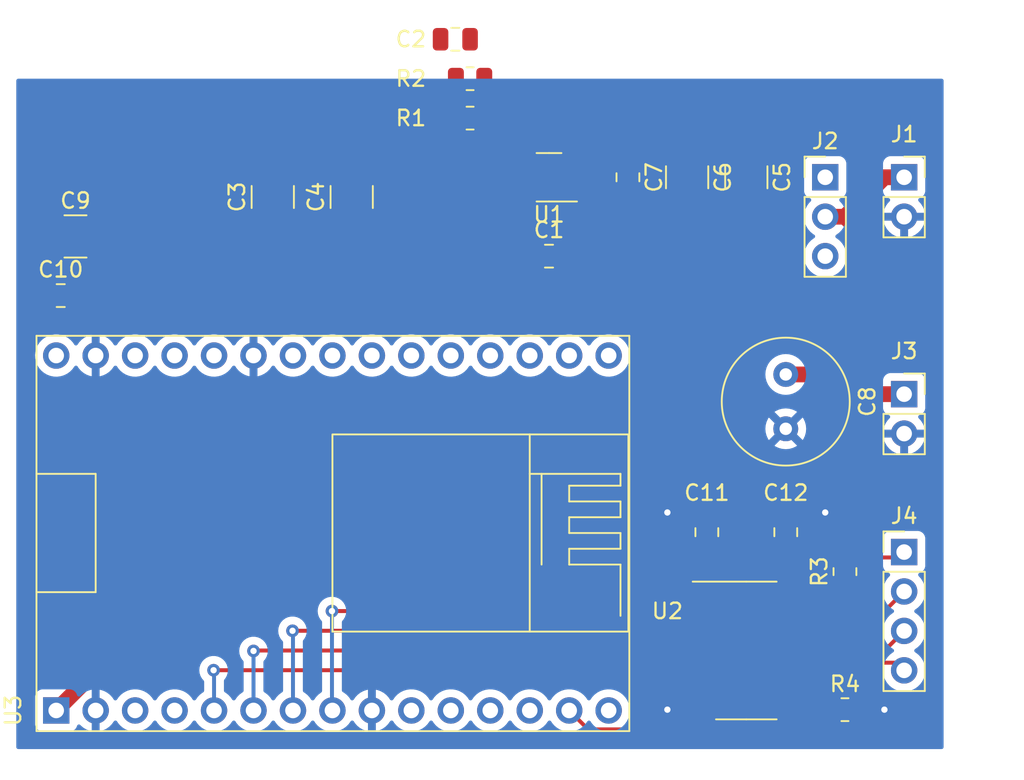
<source format=kicad_pcb>
(kicad_pcb (version 20211014) (generator pcbnew)
  (layers (0 "F.Cu" signal) (31 "B.Cu" signal) (34 "B.Paste" user) (35 "F.Paste" user) (36 "B.SilkS" user "B.Silkscreen") (37 "F.SilkS" user "F.Silkscreen") (38 "B.Mask" user) (39 "F.Mask" user) (44 "Edge.Cuts" user))
  (net 0 "")
  (net 1 "VAA")
  (net 2 "GND")
  (net 3 "+5V")
  (net 4 "+3V3")
  (net 5 "Net-(C5-Pad1)")
  (net 6 "Net-(J4-Pad1)")
  (net 7 "Net-(J4-Pad2)")
  (net 8 "Net-(J4-Pad3)")
  (net 9 "Net-(J4-Pad4)")
  (net 10 "Net-(R3-Pad1)")
  (net 11 "Net-(R4-Pad1)")
  (net 12 "Net-(C1-Pad2)")
  (net 13 "Net-(C2-Pad1)")
  (net 14 "Net-(C1-Pad1)")
  (net 15 "Net-(U2-Pad2)")
  (net 16 "Net-(U2-Pad3)")
  (net 17 "Net-(U2-Pad4)")
  (net 18 "Net-(U2-Pad5)")
  (net 20 "Net-(C2-Pad2)")
  (footprint "Capacitor_SMD:C_0805_2012Metric" (layer "F.Cu") (at 189.55 82.55 180)
    (fp_text reference "C2" (at 2.86 0) (layer "F.SilkS"))
    (fp_text value "0.1uF")
    (fp_line (start -0.261252 0.735) (end 0.261252 0.735) (layer "F.SilkS") (width 0.12))
    (fp_line (start -0.261252 -0.735) (end 0.261252 -0.735) (layer "F.SilkS") (width 0.12))
    (pad "1" smd roundrect locked (at -0.95 0 180) (size 1 1.45) (layers "F.Cu" "F.Paste" "F.Mask") (net 13 "Net-(C2-Pad1)"))
    (pad "2" smd roundrect locked (at 0.95 0 180) (size 1 1.45) (layers "F.Cu" "F.Paste" "F.Mask") (net 20 "Net-(C2-Pad2)"))
  )
  (footprint "Capacitor_SMD:C_1210_3225Metric" (layer "F.Cu") (at 165.1 95.25)
    (fp_text reference "C9" (at 0 -2.3) (layer "F.SilkS"))
    (fp_text value "10uF")
    (fp_line (start -0.711252 -1.36) (end 0.711252 -1.36) (layer "F.SilkS") (width 0.12))
    (fp_line (start -0.711252 1.36) (end 0.711252 1.36) (layer "F.SilkS") (width 0.12))
    (pad "1" smd roundrect locked (at -1.475 0) (size 1.15 2.7) (layers "F.Cu" "F.Paste" "F.Mask") (roundrect_rratio 0.217391) (net 3 "+5V"))
    (pad "2" smd roundrect locked (at 1.475 0) (size 1.15 2.7) (layers "F.Cu" "F.Paste" "F.Mask") (roundrect_rratio 0.217391) (net 2 "GND"))
  )
  (footprint "Capacitor_SMD:C_0805_2012Metric" (layer "F.Cu") (at 195.58 96.52)
    (fp_text reference "C1" (at 0 -1.68) (layer "F.SilkS"))
    (fp_text value "0.1uF")
    (fp_line (start -0.261252 -0.735) (end 0.261252 -0.735) (layer "F.SilkS") (width 0.12))
    (fp_line (start -0.261252 0.735) (end 0.261252 0.735) (layer "F.SilkS") (width 0.12))
    (pad "1" smd roundrect locked (at -0.95 0) (size 1 1.45) (layers "F.Cu" "F.Paste" "F.Mask") (net 14 "Net-(C1-Pad1)"))
    (pad "2" smd roundrect locked (at 0.95 0) (size 1 1.45) (layers "F.Cu" "F.Paste" "F.Mask") (net 12 "Net-(C1-Pad2)"))
  )
  (footprint "Capacitor_SMD:C_0805_2012Metric" (layer "F.Cu") (at 205.74 114.3 90)
    (fp_text reference "C11" (at 2.54 0 180) (layer "F.SilkS"))
    (fp_text value "0.1uF")
    (fp_line (start -0.261252 0.735) (end 0.261252 0.735) (layer "F.SilkS") (width 0.12))
    (fp_line (start -0.261252 -0.735) (end 0.261252 -0.735) (layer "F.SilkS") (width 0.12))
    (pad "1" smd roundrect locked (at -0.95 0 90) (size 1 1.45) (layers "F.Cu" "F.Paste" "F.Mask") (net 4 "+3V3"))
    (pad "2" smd roundrect locked (at 0.95 0 90) (size 1 1.45) (layers "F.Cu" "F.Paste" "F.Mask") (net 2 "GND"))
  )
  (footprint "Capacitor_THT:C_Radial_D8.0mm_H11.5mm_P3.50mm" (layer "F.Cu") (at 210.82 104.14 -90)
    (fp_text reference "C8" (at 1.75 -5.25 90) (layer "F.SilkS"))
    (fp_text value "1000uF")
    (fp_circle (center 1.75 0) (end 5.87 0) (layer "F.SilkS") (width 0.12) (fill none))
    (pad "1" thru_hole circle locked (at 0 0 270) (size 1.6 1.6) (drill 0.8) (layers *.Cu *.Mask) (net 1 "VAA"))
    (pad "2" thru_hole circle locked (at 3.5 0 270) (size 1.6 1.6) (drill 0.8) (layers *.Cu *.Mask) (net 2 "GND"))
  )
  (footprint "Connector_PinHeader_2.54mm:PinHeader_1x04_P2.54mm_Vertical" (layer "F.Cu") (at 218.44 115.58)
    (fp_text reference "J4" (at 0 -2.33) (layer "F.SilkS"))
    (fp_text value "Conn_01x04_Female")
    (fp_line (start -1.33 0) (end -1.33 -1.33) (layer "F.SilkS") (width 0.12))
    (fp_line (start -1.33 1.27) (end 1.33 1.27) (layer "F.SilkS") (width 0.12))
    (fp_line (start -1.33 8.95) (end 1.33 8.95) (layer "F.SilkS") (width 0.12))
    (fp_line (start 1.33 1.27) (end 1.33 8.95) (layer "F.SilkS") (width 0.12))
    (fp_line (start -1.33 -1.33) (end 0 -1.33) (layer "F.SilkS") (width 0.12))
    (fp_line (start -1.33 1.27) (end -1.33 8.95) (layer "F.SilkS") (width 0.12))
    (pad "1" thru_hole rect locked (at 0 0) (size 1.7 1.7) (drill 1) (layers *.Cu *.Mask) (net 6 "Net-(J4-Pad1)"))
    (pad "2" thru_hole oval locked (at 0 2.54) (size 1.7 1.7) (drill 1) (layers *.Cu *.Mask) (net 7 "Net-(J4-Pad2)"))
    (pad "3" thru_hole oval locked (at 0 5.08) (size 1.7 1.7) (drill 1) (layers *.Cu *.Mask) (net 8 "Net-(J4-Pad3)"))
    (pad "4" thru_hole oval locked (at 0 7.62) (size 1.7 1.7) (drill 1) (layers *.Cu *.Mask) (net 9 "Net-(J4-Pad4)"))
  )
  (footprint "Resistor_SMD:R_0805_2012Metric" (layer "F.Cu") (at 214.63 125.73)
    (fp_text reference "R4" (at 0 -1.65) (layer "F.SilkS"))
    (fp_text value "10K")
    (fp_line (start -0.227064 0.735) (end 0.227064 0.735) (layer "F.SilkS") (width 0.12))
    (fp_line (start -0.227064 -0.735) (end 0.227064 -0.735) (layer "F.SilkS") (width 0.12))
    (pad "1" smd roundrect locked (at -0.9125 0) (size 1.025 1.4) (layers "F.Cu" "F.Paste" "F.Mask") (roundrect_rratio 0.243902) (net 11 "Net-(R4-Pad1)"))
    (pad "2" smd roundrect locked (at 0.9125 0) (size 1.025 1.4) (layers "F.Cu" "F.Paste" "F.Mask") (roundrect_rratio 0.243902) (net 2 "GND"))
  )
  (footprint "Capacitor_SMD:C_1210_3225Metric" (layer "F.Cu") (at 177.8 92.71 90)
    (fp_text reference "C3" (at 0 -2.3 90) (layer "F.SilkS"))
    (fp_text value "22uF")
    (fp_line (start -0.711252 -1.36) (end 0.711252 -1.36) (layer "F.SilkS") (width 0.12))
    (fp_line (start -0.711252 1.36) (end 0.711252 1.36) (layer "F.SilkS") (width 0.12))
    (pad "1" smd roundrect locked (at -1.475 0 90) (size 1.15 2.7) (layers "F.Cu" "F.Paste" "F.Mask") (roundrect_rratio 0.217391) (net 20 "Net-(C2-Pad2)"))
    (pad "2" smd roundrect locked (at 1.475 0 90) (size 1.15 2.7) (layers "F.Cu" "F.Paste" "F.Mask") (roundrect_rratio 0.217391) (net 2 "GND"))
  )
  (footprint "lsimons:nodemcu_v2" (layer "F.Cu") (at 163.86 125.7825 90)
    (fp_text reference "U3" (at 0 -2.77 90) (layer "F.SilkS"))
    (fp_text value "NodeMCUV2")
    (fp_line (start 13.462 33.02) (end 13.462 36.322) (layer "F.SilkS") (width 0.12))
    (fp_line (start 15.24 30.48) (end 15.24 36.322) (layer "F.SilkS") (width 0.12))
    (fp_line (start 12.446 33.02) (end 11.43 33.02) (layer "F.SilkS") (width 0.12))
    (fp_line (start -1.33 -1.27) (end -1.33 36.89) (layer "F.SilkS") (width 0.12))
    (fp_line (start 9.398 33.02) (end 9.398 36.322) (layer "F.SilkS") (width 0.12))
    (fp_line (start 7.62 -1.27) (end 7.62 2.54) (layer "F.SilkS") (width 0.12))
    (fp_line (start 13.462 36.322) (end 12.446 36.322) (layer "F.SilkS") (width 0.12))
    (fp_line (start 11.43 33.02) (end 11.43 36.322) (layer "F.SilkS") (width 0.12))
    (fp_line (start 14.478 36.322) (end 14.478 33.02) (layer "F.SilkS") (width 0.12))
    (fp_line (start 24.13 -1.27) (end 24.13 36.89) (layer "F.SilkS") (width 0.12))
    (fp_line (start 9.398 36.322) (end 6.096 36.322) (layer "F.SilkS") (width 0.12))
    (fp_line (start 15.24 31.242) (end 9.398 31.242) (layer "F.SilkS") (width 0.12))
    (fp_line (start 15.24 -1.27) (end 15.24 2.54) (layer "F.SilkS") (width 0.12))
    (fp_line (start 12.446 36.322) (end 12.446 33.02) (layer "F.SilkS") (width 0.12))
    (fp_line (start 15.24 36.322) (end 14.478 36.322) (layer "F.SilkS") (width 0.12))
    (fp_line (start 14.478 33.02) (end 13.462 33.02) (layer "F.SilkS") (width 0.12))
    (fp_line (start 11.43 36.322) (end 10.414 36.322) (layer "F.SilkS") (width 0.12))
    (fp_line (start -1.33 -1.27) (end 24.13 -1.27) (layer "F.SilkS") (width 0.12))
    (fp_line (start 5.08 30.48) (end 17.78 30.48) (layer "F.SilkS") (width 0.12))
    (fp_line (start 10.414 33.02) (end 9.398 33.02) (layer "F.SilkS") (width 0.12))
    (fp_line (start -1.33 36.89) (end 24.13 36.89) (layer "F.SilkS") (width 0.12))
    (fp_line (start 10.414 36.322) (end 10.414 33.02) (layer "F.SilkS") (width 0.12))
    (fp_line (start 7.62 2.54) (end 15.24 2.54) (layer "F.SilkS") (width 0.12))
    (fp_rect (start 5.08 17.78) (end 17.78 36.83) (layer "F.SilkS") (width 0.12) (fill none))
    (pad "1" thru_hole rect (at 0 0 90) (size 1.7 1.7) (drill 1) (layers *.Cu *.Mask) (net 4 "+3V3"))
    (pad "2" thru_hole oval (at 0 2.54 90) (size 1.7 1.7) (drill 1) (layers *.Cu *.Mask) (net 2 "GND"))
    (pad "3" thru_hole oval (at 0 5.08 90) (size 1.7 1.7) (drill 1) (layers *.Cu *.Mask))
    (pad "4" thru_hole oval (at 0 7.62 90) (size 1.7 1.7) (drill 1) (layers *.Cu *.Mask))
    (pad "5" thru_hole oval (at 0 10.16 90) (size 1.7 1.7) (drill 1) (layers *.Cu *.Mask) (net 18 "Net-(U2-Pad5)"))
    (pad "6" thru_hole oval (at 0 12.7 90) (size 1.7 1.7) (drill 1) (layers *.Cu *.Mask) (net 17 "Net-(U2-Pad4)"))
    (pad "7" thru_hole oval (at 0 15.24 90) (size 1.7 1.7) (drill 1) (layers *.Cu *.Mask) (net 16 "Net-(U2-Pad3)"))
    (pad "8" thru_hole oval (at 0 17.78 90) (size 1.7 1.7) (drill 1) (layers *.Cu *.Mask) (net 15 "Net-(U2-Pad2)"))
    (pad "9" thru_hole oval (at 0 20.32 90) (size 1.7 1.7) (drill 1) (layers *.Cu *.Mask) (net 2 "GND"))
    (pad "10" thru_hole oval (at 0 22.86 90) (size 1.7 1.7) (drill 1) (layers *.Cu *.Mask))
    (pad "11" thru_hole oval (at 0 25.4 90) (size 1.7 1.7) (drill 1) (layers *.Cu *.Mask))
    (pad "12" thru_hole oval (at 0 27.94 90) (size 1.7 1.7) (drill 1) (layers *.Cu *.Mask))
    (pad "13" thru_hole oval (at 0 30.48 90) (size 1.7 1.7) (drill 1) (layers *.Cu *.Mask))
    (pad "14" thru_hole oval (at 0 33.02 90) (size 1.7 1.7) (drill 1) (layers *.Cu *.Mask) (net 11 "Net-(R4-Pad1)"))
    (pad "15" thru_hole oval (at 0 35.56 90) (size 1.7 1.7) (drill 1) (layers *.Cu *.Mask))
    (pad "16" thru_hole oval (at 22.86 35.56 90) (size 1.7 1.7) (drill 1) (layers *.Cu *.Mask))
    (pad "17" thru_hole oval (at 22.86 33.02 90) (size 1.7 1.7) (drill 1) (layers *.Cu *.Mask))
    (pad "18" thru_hole oval (at 22.86 30.48 90) (size 1.7 1.7) (drill 1) (layers *.Cu *.Mask))
    (pad "19" thru_hole oval (at 22.86 27.94 90) (size 1.7 1.7) (drill 1) (layers *.Cu *.Mask))
    (pad "20" thru_hole oval (at 22.86 25.4 90) (size 1.7 1.7) (drill 1) (layers *.Cu *.Mask))
    (pad "21" thru_hole oval (at 22.86 22.86 90) (size 1.7 1.7) (drill 1) (layers *.Cu *.Mask))
    (pad "22" thru_hole oval (at 22.86 20.32 90) (size 1.7 1.7) (drill 1) (layers *.Cu *.Mask))
    (pad "23" thru_hole oval (at 22.86 17.78 90) (size 1.7 1.7) (drill 1) (layers *.Cu *.Mask))
    (pad "24" thru_hole oval (at 22.86 15.24 90) (size 1.7 1.7) (drill 1) (layers *.Cu *.Mask))
    (pad "25" thru_hole oval (at 22.86 12.7 90) (size 1.7 1.7) (drill 1) (layers *.Cu *.Mask) (net 2 "GND"))
    (pad "26" thru_hole oval (at 22.86 10.16 90) (size 1.7 1.7) (drill 1) (layers *.Cu *.Mask))
    (pad "27" thru_hole oval (at 22.86 7.62 90) (size 1.7 1.7) (drill 1) (layers *.Cu *.Mask))
    (pad "28" thru_hole oval (at 22.86 5.08 90) (size 1.7 1.7) (drill 1) (layers *.Cu *.Mask))
    (pad "29" thru_hole oval (at 22.86 2.54 90) (size 1.7 1.7) (drill 1) (layers *.Cu *.Mask) (net 2 "GND"))
    (pad "30" thru_hole circle (at 22.86 0 90) (size 1.7 1.7) (drill 1) (layers *.Cu *.Mask) (net 3 "+5V"))
  )
  (footprint "Resistor_SMD:R_0805_2012Metric" (layer "F.Cu") (at 214.63 116.84 90)
    (fp_text reference "R3" (at 0 -1.65 90) (layer "F.SilkS"))
    (fp_text value "30")
    (fp_line (start -0.227064 -0.735) (end 0.227064 -0.735) (layer "F.SilkS") (width 0.12))
    (fp_line (start -0.227064 0.735) (end 0.227064 0.735) (layer "F.SilkS") (width 0.12))
    (pad "1" smd roundrect locked (at -0.9125 0 90) (size 1.025 1.4) (layers "F.Cu" "F.Paste" "F.Mask") (roundrect_rratio 0.243902) (net 10 "Net-(R3-Pad1)"))
    (pad "2" smd roundrect locked (at 0.9125 0 90) (size 1.025 1.4) (layers "F.Cu" "F.Paste" "F.Mask") (roundrect_rratio 0.243902) (net 6 "Net-(J4-Pad1)"))
  )
  (footprint "Connector_PinSocket_2.54mm:PinSocket_1x02_P2.54mm_Vertical" (layer "F.Cu") (at 218.44 105.41)
    (fp_text reference "J3" (at 0 -2.77) (layer "F.SilkS"))
    (fp_text value "Conn_01x02_Female")
    (fp_line (start 0 -1.33) (end 1.33 -1.33) (layer "F.SilkS") (width 0.12))
    (fp_line (start 1.33 -1.33) (end 1.33 0) (layer "F.SilkS") (width 0.12))
    (fp_line (start -1.33 1.27) (end 1.33 1.27) (layer "F.SilkS") (width 0.12))
    (fp_line (start -1.33 1.27) (end -1.33 3.87) (layer "F.SilkS") (width 0.12))
    (fp_line (start -1.33 3.87) (end 1.33 3.87) (layer "F.SilkS") (width 0.12))
    (fp_line (start 1.33 1.27) (end 1.33 3.87) (layer "F.SilkS") (width 0.12))
    (pad "1" thru_hole rect locked (at 0 0) (size 1.7 1.7) (drill 1) (layers *.Cu *.Mask) (net 1 "VAA"))
    (pad "2" thru_hole oval locked (at 0 2.54) (size 1.7 1.7) (drill 1) (layers *.Cu *.Mask) (net 2 "GND"))
  )
  (footprint "Connector_PinSocket_2.54mm:PinSocket_1x02_P2.54mm_Vertical" (layer "F.Cu") (at 218.44 91.44)
    (fp_text reference "J1" (at 0 -2.77) (layer "F.SilkS"))
    (fp_text value "Conn_01x02_Female")
    (fp_line (start 1.33 1.27) (end 1.33 3.87) (layer "F.SilkS") (width 0.12))
    (fp_line (start -1.33 1.27) (end -1.33 3.87) (layer "F.SilkS") (width 0.12))
    (fp_line (start -1.33 3.87) (end 1.33 3.87) (layer "F.SilkS") (width 0.12))
    (fp_line (start 0 -1.33) (end 1.33 -1.33) (layer "F.SilkS") (width 0.12))
    (fp_line (start 1.33 -1.33) (end 1.33 0) (layer "F.SilkS") (width 0.12))
    (fp_line (start -1.33 1.27) (end 1.33 1.27) (layer "F.SilkS") (width 0.12))
    (pad "1" thru_hole rect locked (at 0 0) (size 1.7 1.7) (drill 1) (layers *.Cu *.Mask) (net 1 "VAA"))
    (pad "2" thru_hole oval locked (at 0 2.54) (size 1.7 1.7) (drill 1) (layers *.Cu *.Mask) (net 2 "GND"))
  )
  (footprint "Connector_PinHeader_2.54mm:PinHeader_1x03_P2.54mm_Vertical" (layer "F.Cu") (at 213.36 91.44)
    (fp_text reference "J2" (at 0 -2.33) (layer "F.SilkS"))
    (fp_text value "Conn_01x03_Male")
    (fp_line (start -1.33 6.41) (end 1.33 6.41) (layer "F.SilkS") (width 0.12))
    (fp_line (start -1.33 1.27) (end 1.33 1.27) (layer "F.SilkS") (width 0.12))
    (fp_line (start -1.33 1.27) (end -1.33 6.41) (layer "F.SilkS") (width 0.12))
    (fp_line (start -1.33 0) (end -1.33 -1.33) (layer "F.SilkS") (width 0.12))
    (fp_line (start -1.33 -1.33) (end 0 -1.33) (layer "F.SilkS") (width 0.12))
    (fp_line (start 1.33 1.27) (end 1.33 6.41) (layer "F.SilkS") (width 0.12))
    (pad "1" thru_hole rect locked (at 0 0) (size 1.7 1.7) (drill 1) (layers *.Cu *.Mask) (net 5 "Net-(C5-Pad1)"))
    (pad "2" thru_hole oval locked (at 0 2.54) (size 1.7 1.7) (drill 1) (layers *.Cu *.Mask) (net 1 "VAA"))
    (pad "3" thru_hole oval locked (at 0 5.08) (size 1.7 1.7) (drill 1) (layers *.Cu *.Mask) (net 3 "+5V"))
  )
  (footprint "Capacitor_SMD:C_1210_3225Metric" (layer "F.Cu") (at 204.47 91.44 -90)
    (fp_text reference "C6" (at 0 -2.3 90) (layer "F.SilkS"))
    (fp_text value "10uF")
    (fp_line (start -0.711252 1.36) (end 0.711252 1.36) (layer "F.SilkS") (width 0.12))
    (fp_line (start -0.711252 -1.36) (end 0.711252 -1.36) (layer "F.SilkS") (width 0.12))
    (pad "1" smd roundrect locked (at -1.475 0 270) (size 1.15 2.7) (layers "F.Cu" "F.Paste" "F.Mask") (roundrect_rratio 0.217391) (net 5 "Net-(C5-Pad1)"))
    (pad "2" smd roundrect locked (at 1.475 0 270) (size 1.15 2.7) (layers "F.Cu" "F.Paste" "F.Mask") (roundrect_rratio 0.217391) (net 2 "GND"))
  )
  (footprint "Package_SO:SOIC-14_3.9x8.7mm_P1.27mm" (layer "F.Cu") (at 208.28 121.92)
    (fp_text reference "U2" (at -5.08 -2.54) (layer "F.SilkS"))
    (fp_text value "TXB0104D")
    (fp_line (start 0 4.435) (end -1.95 4.435) (layer "F.SilkS") (width 0.12))
    (fp_line (start 0 -4.435) (end -3.45 -4.435) (layer "F.SilkS") (width 0.12))
    (fp_line (start 0 4.435) (end 1.95 4.435) (layer "F.SilkS") (width 0.12))
    (fp_line (start 0 -4.435) (end 1.95 -4.435) (layer "F.SilkS") (width 0.12))
    (pad "1" smd roundrect locked (at -2.475 -3.81) (size 1.95 0.6) (layers "F.Cu" "F.Paste" "F.Mask") (net 4 "+3V3"))
    (pad "2" smd roundrect locked (at -2.475 -2.54) (size 1.95 0.6) (layers "F.Cu" "F.Paste" "F.Mask") (net 15 "Net-(U2-Pad2)"))
    (pad "3" smd roundrect locked (at -2.475 -1.27) (size 1.95 0.6) (layers "F.Cu" "F.Paste" "F.Mask") (net 16 "Net-(U2-Pad3)"))
    (pad "4" smd roundrect locked (at -2.475 0) (size 1.95 0.6) (layers "F.Cu" "F.Paste" "F.Mask") (net 17 "Net-(U2-Pad4)"))
    (pad "5" smd roundrect locked (at -2.475 1.27) (size 1.95 0.6) (layers "F.Cu" "F.Paste" "F.Mask") (net 18 "Net-(U2-Pad5)"))
    (pad "6" smd roundrect locked (at -2.475 2.54) (size 1.95 0.6) (layers "F.Cu" "F.Paste" "F.Mask"))
    (pad "7" smd roundrect locked (at -2.475 3.81) (size 1.95 0.6) (layers "F.Cu" "F.Paste" "F.Mask") (net 2 "GND"))
    (pad "8" smd roundrect locked (at 2.475 3.81) (size 1.95 0.6) (layers "F.Cu" "F.Paste" "F.Mask") (net 11 "Net-(R4-Pad1)"))
    (pad "9" smd roundrect locked (at 2.475 2.54) (size 1.95 0.6) (layers "F.Cu" "F.Paste" "F.Mask"))
    (pad "10" smd roundrect locked (at 2.475 1.27) (size 1.95 0.6) (layers "F.Cu" "F.Paste" "F.Mask") (net 9 "Net-(J4-Pad4)"))
    (pad "11" smd roundrect locked (at 2.475 0) (size 1.95 0.6) (layers "F.Cu" "F.Paste" "F.Mask") (net 8 "Net-(J4-Pad3)"))
    (pad "12" smd roundrect locked (at 2.475 -1.27) (size 1.95 0.6) (layers "F.Cu" "F.Paste" "F.Mask") (net 7 "Net-(J4-Pad2)"))
    (pad "13" smd roundrect locked (at 2.475 -2.54) (size 1.95 0.6) (layers "F.Cu" "F.Paste" "F.Mask") (net 10 "Net-(R3-Pad1)"))
    (pad "14" smd roundrect locked (at 2.475 -3.81) (size 1.95 0.6) (layers "F.Cu" "F.Paste" "F.Mask") (net 3 "+5V"))
  )
  (footprint "Package_TO_SOT_SMD:SOT-23-6" (layer "F.Cu") (at 195.58 91.44 180)
    (fp_text reference "U1" (at 0 -2.4) (layer "F.SilkS"))
    (fp_text value "TPS561208")
    (fp_line (start 0 -1.56) (end -1.8 -1.56) (layer "F.SilkS") (width 0.12))
    (fp_line (start 0 -1.56) (end 0.8 -1.56) (layer "F.SilkS") (width 0.12))
    (fp_line (start 0 1.56) (end -0.8 1.56) (layer "F.SilkS") (width 0.12))
    (fp_line (start 0 1.56) (end 0.8 1.56) (layer "F.SilkS") (width 0.12))
    (pad "1" smd roundrect locked (at -1.1375 -0.95 180) (size 1.325 0.6) (layers "F.Cu" "F.Paste" "F.Mask") (net 2 "GND"))
    (pad "2" smd roundrect locked (at -1.1375 0 180) (size 1.325 0.6) (layers "F.Cu" "F.Paste" "F.Mask") (net 12 "Net-(C1-Pad2)"))
    (pad "3" smd roundrect locked (at -1.1375 0.95 180) (size 1.325 0.6) (layers "F.Cu" "F.Paste" "F.Mask") (net 5 "Net-(C5-Pad1)"))
    (pad "4" smd roundrect locked (at 1.1375 0.95 180) (size 1.325 0.6) (layers "F.Cu" "F.Paste" "F.Mask") (net 13 "Net-(C2-Pad1)"))
    (pad "5" smd roundrect locked (at 1.1375 0 180) (size 1.325 0.6) (layers "F.Cu" "F.Paste" "F.Mask") (net 5 "Net-(C5-Pad1)"))
    (pad "6" smd roundrect locked (at 1.1375 -0.95 180) (size 1.325 0.6) (layers "F.Cu" "F.Paste" "F.Mask") (net 14 "Net-(C1-Pad1)"))
  )
  (footprint "Capacitor_SMD:C_1210_3225Metric" (layer "F.Cu") (at 208.28 91.44 -90)
    (fp_text reference "C5" (at 0 -2.3 90) (layer "F.SilkS"))
    (fp_text value "10uF")
    (fp_line (start -0.711252 1.36) (end 0.711252 1.36) (layer "F.SilkS") (width 0.12))
    (fp_line (start -0.711252 -1.36) (end 0.711252 -1.36) (layer "F.SilkS") (width 0.12))
    (pad "1" smd roundrect locked (at -1.475 0 270) (size 1.15 2.7) (layers "F.Cu" "F.Paste" "F.Mask") (roundrect_rratio 0.217391) (net 5 "Net-(C5-Pad1)"))
    (pad "2" smd roundrect locked (at 1.475 0 270) (size 1.15 2.7) (layers "F.Cu" "F.Paste" "F.Mask") (roundrect_rratio 0.217391) (net 2 "GND"))
  )
  (footprint "Capacitor_SMD:C_0805_2012Metric" (layer "F.Cu") (at 210.82 114.3 90)
    (fp_text reference "C12" (at 2.54 0 180) (layer "F.SilkS"))
    (fp_text value "0.1uF")
    (fp_line (start -0.261252 -0.735) (end 0.261252 -0.735) (layer "F.SilkS") (width 0.12))
    (fp_line (start -0.261252 0.735) (end 0.261252 0.735) (layer "F.SilkS") (width 0.12))
    (pad "1" smd roundrect locked (at -0.95 0 90) (size 1 1.45) (layers "F.Cu" "F.Paste" "F.Mask") (net 3 "+5V"))
    (pad "2" smd roundrect locked (at 0.95 0 90) (size 1 1.45) (layers "F.Cu" "F.Paste" "F.Mask") (net 2 "GND"))
  )
  (footprint "Resistor_SMD:R_0805_2012Metric" (layer "F.Cu") (at 190.5 85.09 180)
    (fp_text reference "R2" (at 3.81 0) (layer "F.SilkS"))
    (fp_text value "10.0K")
    (fp_line (start -0.227064 0.735) (end 0.227064 0.735) (layer "F.SilkS") (width 0.12))
    (fp_line (start -0.227064 -0.735) (end 0.227064 -0.735) (layer "F.SilkS") (width 0.12))
    (pad "1" smd roundrect locked (at -0.9125 0 180) (size 1.025 1.4) (layers "F.Cu" "F.Paste" "F.Mask") (roundrect_rratio 0.243902) (net 13 "Net-(C2-Pad1)"))
    (pad "2" smd roundrect locked (at 0.9125 0 180) (size 1.025 1.4) (layers "F.Cu" "F.Paste" "F.Mask") (roundrect_rratio 0.243902) (net 2 "GND"))
  )
  (footprint "Capacitor_SMD:C_0805_2012Metric" (layer "F.Cu") (at 164.15 99.06)
    (fp_text reference "C10" (at 0 -1.68) (layer "F.SilkS"))
    (fp_text value "0.1uF")
    (fp_line (start -0.261252 -0.735) (end 0.261252 -0.735) (layer "F.SilkS") (width 0.12))
    (fp_line (start -0.261252 0.735) (end 0.261252 0.735) (layer "F.SilkS") (width 0.12))
    (pad "1" smd roundrect locked (at -0.95 0) (size 1 1.45) (layers "F.Cu" "F.Paste" "F.Mask") (net 3 "+5V"))
    (pad "2" smd roundrect locked (at 0.95 0) (size 1 1.45) (layers "F.Cu" "F.Paste" "F.Mask") (net 2 "GND"))
  )
  (footprint "Capacitor_SMD:C_1210_3225Metric" (layer "F.Cu") (at 182.88 92.71 90)
    (fp_text reference "C4" (at 0 -2.3 90) (layer "F.SilkS"))
    (fp_text value "22uF")
    (fp_line (start -0.711252 1.36) (end 0.711252 1.36) (layer "F.SilkS") (width 0.12))
    (fp_line (start -0.711252 -1.36) (end 0.711252 -1.36) (layer "F.SilkS") (width 0.12))
    (pad "1" smd roundrect locked (at -1.475 0 90) (size 1.15 2.7) (layers "F.Cu" "F.Paste" "F.Mask") (roundrect_rratio 0.217391) (net 20 "Net-(C2-Pad2)"))
    (pad "2" smd roundrect locked (at 1.475 0 90) (size 1.15 2.7) (layers "F.Cu" "F.Paste" "F.Mask") (roundrect_rratio 0.217391) (net 2 "GND"))
  )
  (footprint "Resistor_SMD:R_0805_2012Metric" (layer "F.Cu") (at 190.5 87.63)
    (fp_text reference "R1" (at -3.81 0) (layer "F.SilkS"))
    (fp_text value "54.9K")
    (fp_line (start -0.227064 -0.735) (end 0.227064 -0.735) (layer "F.SilkS") (width 0.12))
    (fp_line (start -0.227064 0.735) (end 0.227064 0.735) (layer "F.SilkS") (width 0.12))
    (pad "1" smd roundrect locked (at -0.9125 0) (size 1.025 1.4) (layers "F.Cu" "F.Paste" "F.Mask") (roundrect_rratio 0.243902) (net 20 "Net-(C2-Pad2)"))
    (pad "2" smd roundrect locked (at 0.9125 0) (size 1.025 1.4) (layers "F.Cu" "F.Paste" "F.Mask") (roundrect_rratio 0.243902) (net 13 "Net-(C2-Pad1)"))
  )
  (footprint "Capacitor_SMD:C_0805_2012Metric" (layer "F.Cu") (at 200.66 91.44 -90)
    (fp_text reference "C7" (at 0 -1.68 90) (layer "F.SilkS"))
    (fp_text value "0.1uF")
    (fp_line (start -0.261252 0.735) (end 0.261252 0.735) (layer "F.SilkS") (width 0.12))
    (fp_line (start -0.261252 -0.735) (end 0.261252 -0.735) (layer "F.SilkS") (width 0.12))
    (pad "1" smd roundrect locked (at -0.95 0 270) (size 1 1.45) (layers "F.Cu" "F.Paste" "F.Mask") (net 5 "Net-(C5-Pad1)"))
    (pad "2" smd roundrect locked (at 0.95 0 270) (size 1 1.45) (layers "F.Cu" "F.Paste" "F.Mask") (net 2 "GND"))
  )
  (segment (start 213.36 104.14) (end 214.63 105.41) (width 1.016) (layer "F.Cu") (net 1))
  (segment (start 214.63 93.98) (end 215.9 95.25) (width 1.016) (layer "F.Cu") (net 1))
  (segment (start 210.82 104.14) (end 213.36 104.14) (width 1.016) (layer "F.Cu") (net 1))
  (segment (start 217.17 91.44) (end 218.44 91.44) (width 1.016) (layer "F.Cu") (net 1))
  (segment (start 214.63 93.98) (end 217.17 91.44) (width 1.016) (layer "F.Cu") (net 1))
  (segment (start 215.9 95.25) (end 215.9 101.6) (width 1.016) (layer "F.Cu") (net 1))
  (segment (start 214.63 105.41) (end 218.44 105.41) (width 1.016) (layer "F.Cu") (net 1))
  (segment (start 215.9 101.6) (end 213.36 104.14) (width 1.016) (layer "F.Cu") (net 1))
  (segment (start 213.36 93.98) (end 214.63 93.98) (width 1.016) (layer "F.Cu") (net 1))
  (segment (start 213.04 113.35) (end 213.36 113.03) (width 0.254) (layer "F.Cu") (net 2))
  (segment (start 203.52 113.35) (end 203.2 113.03) (width 0.254) (layer "F.Cu") (net 2))
  (segment (start 205.805 125.73) (end 205.74 125.73) (width 0.254) (layer "F.Cu") (net 2))
  (segment (start 215.5425 125.73) (end 217.17 125.73) (width 0.254) (layer "F.Cu") (net 2))
  (segment (start 205.74 125.73) (end 203.2 125.73) (width 0.254) (layer "F.Cu") (net 2))
  (segment (start 210.82 113.35) (end 213.04 113.35) (width 0.254) (layer "F.Cu") (net 2))
  (segment (start 205.74 113.35) (end 203.52 113.35) (width 0.254) (layer "F.Cu") (net 2))
  (via (at 203.2 125.73) (size 0.8128) (drill 0.4064) (layers "F.Cu" "B.Cu") (net 2))
  (via (at 213.36 113.03) (size 0.8128) (drill 0.4064) (layers "F.Cu" "B.Cu") (net 2))
  (via (at 217.17 125.73) (size 0.8128) (drill 0.4064) (layers "F.Cu" "B.Cu") (net 2))
  (via (at 203.2 113.03) (size 0.8128) (drill 0.4064) (layers "F.Cu" "B.Cu") (net 2))
  (segment (start 210.82 115.57) (end 210.755 115.635) (width 0.254) (layer "F.Cu") (net 3))
  (segment (start 210.755001 115.634999) (end 210.755001 118.11) (width 0.762) (layer "F.Cu") (net 3))
  (segment (start 210.82 115.25) (end 210.82 115.57) (width 0.254) (layer "F.Cu") (net 3))
  (segment (start 205.74 115.57) (end 205.74 118.11) (width 0.762) (layer "F.Cu") (net 4))
  (segment (start 163.86 125.7825) (end 174.3925 115.25) (width 1.016) (layer "F.Cu") (net 4))
  (segment (start 174.3925 115.25) (end 205.74 115.25) (width 1.016) (layer "F.Cu") (net 4))
  (segment (start 218.0925 115.9275) (end 218.44 115.58) (width 0.254) (layer "F.Cu") (net 6))
  (segment (start 214.63 115.9275) (end 218.0925 115.9275) (width 0.254) (layer "F.Cu") (net 6))
  (segment (start 215.91 120.65) (end 218.44 118.12) (width 0.254) (layer "F.Cu") (net 7))
  (segment (start 210.755 120.65) (end 215.91 120.65) (width 0.254) (layer "F.Cu") (net 7))
  (segment (start 217.18 121.92) (end 218.44 120.66) (width 0.254) (layer "F.Cu") (net 8))
  (segment (start 210.755 121.92) (end 217.18 121.92) (width 0.254) (layer "F.Cu") (net 8))
  (segment (start 211.138426 123.19) (end 211.623146 122.70528) (width 0.254) (layer "F.Cu") (net 9))
  (segment (start 217.94528 122.70528) (end 218.44 123.2) (width 0.254) (layer "F.Cu") (net 9))
  (segment (start 211.623146 122.70528) (end 217.94528 122.70528) (width 0.254) (layer "F.Cu") (net 9))
  (segment (start 210.755 123.19) (end 211.138426 123.19) (width 0.254) (layer "F.Cu") (net 9))
  (segment (start 213.0025 119.38) (end 214.63 117.7525) (width 0.254) (layer "F.Cu") (net 10))
  (segment (start 210.755 119.38) (end 213.0025 119.38) (width 0.254) (layer "F.Cu") (net 10))
  (segment (start 196.88 125.7825) (end 198.0975 127) (width 0.254) (layer "F.Cu") (net 11))
  (segment (start 198.0975 127) (end 209.485 127) (width 0.254) (layer "F.Cu") (net 11))
  (segment (start 213.7175 125.73) (end 210.755 125.73) (width 0.254) (layer "F.Cu") (net 11))
  (segment (start 209.485 127) (end 210.755 125.73) (width 0.254) (layer "F.Cu") (net 11))
  (segment (start 181.61 119.38) (end 205.805 119.38) (width 0.254) (layer "F.Cu") (net 15))
  (via (at 181.61 119.38) (size 0.8128) (drill 0.4064) (layers "F.Cu" "B.Cu") (net 15))
  (segment (start 181.64 125.7825) (end 181.64 125.76) (width 0.254) (layer "B.Cu") (net 15))
  (segment (start 181.64 125.76) (end 181.61 125.73) (width 0.254) (layer "B.Cu") (net 15))
  (segment (start 181.61 125.73) (end 181.61 119.38) (width 0.254) (layer "B.Cu") (net 15))
  (segment (start 179.07 120.65) (end 205.805 120.65) (width 0.254) (layer "F.Cu") (net 16))
  (via (at 179.07 120.65) (size 0.8128) (drill 0.4064) (layers "F.Cu" "B.Cu") (net 16))
  (segment (start 179.1 125.7825) (end 179.1 120.68) (width 0.254) (layer "B.Cu") (net 16))
  (segment (start 179.1 120.68) (end 179.07 120.65) (width 0.254) (layer "B.Cu") (net 16))
  (segment (start 176.59 121.92) (end 205.805 121.92) (width 0.254) (layer "F.Cu") (net 17))
  (segment (start 176.56 121.95) (end 176.59 121.92) (width 0.254) (layer "F.Cu") (net 17))
  (via (at 176.56 121.95) (size 0.8128) (drill 0.4064) (layers "F.Cu" "B.Cu") (net 17))
  (segment (start 176.56 121.95) (end 176.53 121.92) (width 0.254) (layer "B.Cu") (net 17))
  (segment (start 176.56 125.7825) (end 176.56 121.95) (width 0.254) (layer "B.Cu") (net 17))
  (segment (start 173.99 123.19) (end 205.805 123.19) (width 0.254) (layer "F.Cu") (net 18))
  (via (at 173.99 123.19) (size 0.8128) (drill 0.4064) (layers "F.Cu" "B.Cu") (net 18))
  (segment (start 174.02 123.22) (end 173.99 123.19) (width 0.254) (layer "B.Cu") (net 18))
  (segment (start 174.02 125.7825) (end 174.02 123.22) (width 0.254) (layer "B.Cu") (net 18))
  (zone (net 2) (net_name "GND") (layer "B.Cu") (connect_pads (clearance 0.508)) (min_thickness 0.254) (fill yes (thermal_gap 0.508) (thermal_bridge_width 0.508))
    (polygon (pts (xy 220.98 128.27) (xy 161.29 128.27) (xy 161.29 85.09) (xy 220.98 85.09)))
  )
)
</source>
